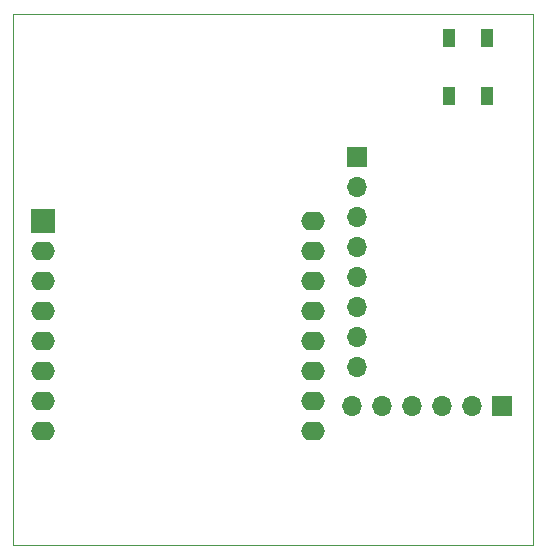
<source format=gbr>
%TF.GenerationSoftware,KiCad,Pcbnew,(5.1.10)-1*%
%TF.CreationDate,2021-06-04T21:06:00+02:00*%
%TF.ProjectId,Monitor,4d6f6e69-746f-4722-9e6b-696361645f70,rev?*%
%TF.SameCoordinates,Original*%
%TF.FileFunction,Soldermask,Top*%
%TF.FilePolarity,Negative*%
%FSLAX46Y46*%
G04 Gerber Fmt 4.6, Leading zero omitted, Abs format (unit mm)*
G04 Created by KiCad (PCBNEW (5.1.10)-1) date 2021-06-04 21:06:00*
%MOMM*%
%LPD*%
G01*
G04 APERTURE LIST*
%TA.AperFunction,Profile*%
%ADD10C,0.050000*%
%TD*%
%ADD11O,1.700000X1.700000*%
%ADD12R,1.700000X1.700000*%
%ADD13O,2.000000X1.600000*%
%ADD14R,2.000000X2.000000*%
%ADD15R,1.000000X1.500000*%
G04 APERTURE END LIST*
D10*
X82000000Y-85000000D02*
X82000000Y-40000000D01*
X126000000Y-85000000D02*
X82000000Y-85000000D01*
X126000000Y-40000000D02*
X126000000Y-85000000D01*
X82000000Y-40000000D02*
X126000000Y-40000000D01*
D11*
%TO.C,J2*%
X111100000Y-59720000D03*
X111100000Y-67340000D03*
X111100000Y-62260000D03*
X111100000Y-54640000D03*
X111100000Y-57180000D03*
X111100000Y-64800000D03*
X111100000Y-69880000D03*
D12*
X111100000Y-52100000D03*
%TD*%
D11*
%TO.C,J1*%
X118297389Y-73184671D03*
X110677389Y-73184671D03*
X120837389Y-73184671D03*
X115757389Y-73184671D03*
X113217389Y-73184671D03*
D12*
X123377389Y-73184671D03*
%TD*%
D13*
%TO.C,U1*%
X107360000Y-57500000D03*
X107360000Y-60040000D03*
X107360000Y-62580000D03*
X107360000Y-65120000D03*
X107360000Y-67660000D03*
X107360000Y-70200000D03*
X107360000Y-72740000D03*
X107360000Y-75280000D03*
X84500000Y-75280000D03*
X84500000Y-72740000D03*
X84500000Y-70200000D03*
X84500000Y-67660000D03*
X84500000Y-65120000D03*
X84500000Y-62580000D03*
D14*
X84500000Y-57500000D03*
D13*
X84500000Y-60040000D03*
%TD*%
D15*
%TO.C,D1*%
X122100000Y-42050000D03*
X118900000Y-42050000D03*
X122100000Y-46950000D03*
X118900000Y-46950000D03*
%TD*%
M02*

</source>
